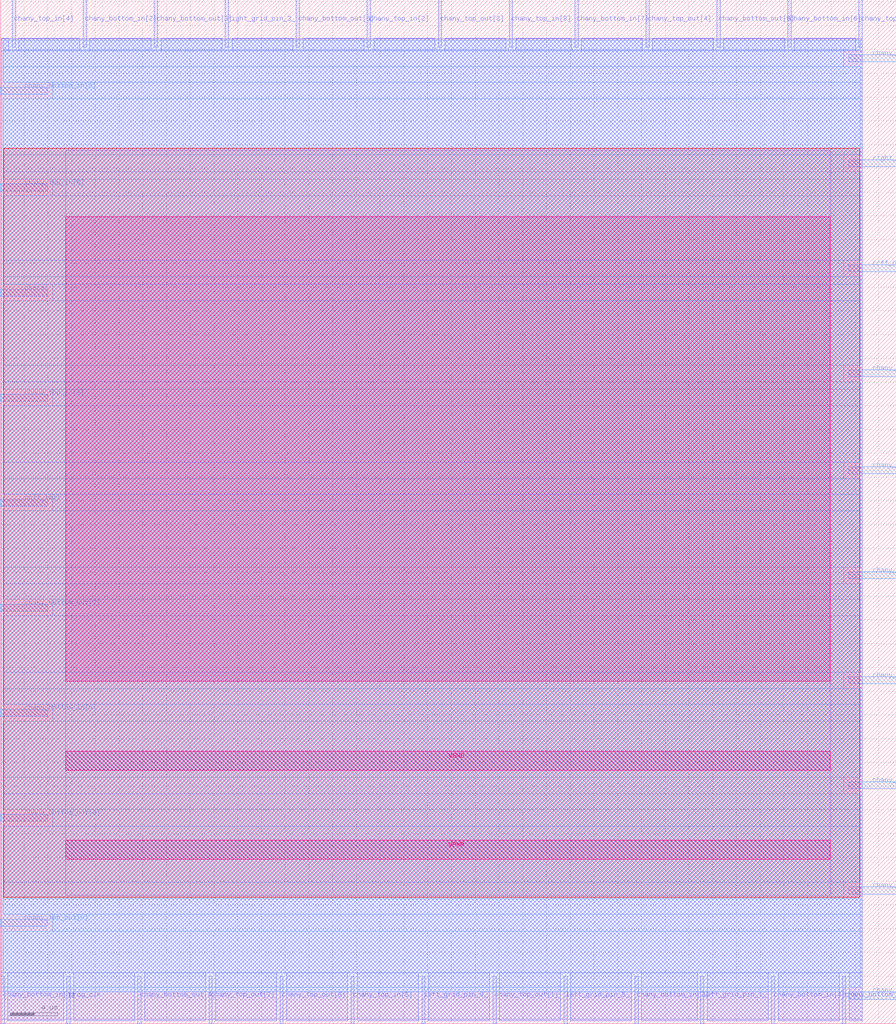
<source format=lef>
VERSION 5.7 ;
  NAMESCASESENSITIVE ON ;
  NOWIREEXTENSIONATPIN ON ;
  DIVIDERCHAR "/" ;
  BUSBITCHARS "[]" ;
UNITS
  DATABASE MICRONS 200 ;
END UNITS

MACRO cby_1__1_
  CLASS BLOCK ;
  FOREIGN cby_1__1_ ;
  ORIGIN 0.000 0.000 ;
  SIZE 75.455 BY 86.175 ;
  PIN ccff_head
    DIRECTION INPUT ;
    PORT
      LAYER met3 ;
        RECT 71.455 63.280 75.455 63.880 ;
    END
  END ccff_head
  PIN ccff_tail
    DIRECTION OUTPUT TRISTATE ;
    PORT
      LAYER met3 ;
        RECT 0.000 43.560 4.000 44.160 ;
    END
  END ccff_tail
  PIN chany_bottom_in[0]
    DIRECTION INPUT ;
    PORT
      LAYER met3 ;
        RECT 0.000 25.880 4.000 26.480 ;
    END
  END chany_bottom_in[0]
  PIN chany_bottom_in[1]
    DIRECTION INPUT ;
    PORT
      LAYER met2 ;
        RECT 0.090 0.000 0.370 4.000 ;
    END
  END chany_bottom_in[1]
  PIN chany_bottom_in[2]
    DIRECTION INPUT ;
    PORT
      LAYER met2 ;
        RECT 6.990 82.175 7.270 86.175 ;
    END
  END chany_bottom_in[2]
  PIN chany_bottom_in[3]
    DIRECTION INPUT ;
    PORT
      LAYER met2 ;
        RECT 53.450 0.000 53.730 4.000 ;
    END
  END chany_bottom_in[3]
  PIN chany_bottom_in[4]
    DIRECTION INPUT ;
    PORT
      LAYER met2 ;
        RECT 64.950 0.000 65.230 4.000 ;
    END
  END chany_bottom_in[4]
  PIN chany_bottom_in[5]
    DIRECTION INPUT ;
    PORT
      LAYER met3 ;
        RECT 0.000 78.240 4.000 78.840 ;
    END
  END chany_bottom_in[5]
  PIN chany_bottom_in[6]
    DIRECTION INPUT ;
    PORT
      LAYER met2 ;
        RECT 66.330 82.175 66.610 86.175 ;
    END
  END chany_bottom_in[6]
  PIN chany_bottom_in[7]
    DIRECTION INPUT ;
    PORT
      LAYER met2 ;
        RECT 48.390 82.175 48.670 86.175 ;
    END
  END chany_bottom_in[7]
  PIN chany_bottom_in[8]
    DIRECTION INPUT ;
    PORT
      LAYER met3 ;
        RECT 71.455 80.960 75.455 81.560 ;
    END
  END chany_bottom_in[8]
  PIN chany_bottom_out[0]
    DIRECTION OUTPUT TRISTATE ;
    PORT
      LAYER met3 ;
        RECT 0.000 17.040 4.000 17.640 ;
    END
  END chany_bottom_out[0]
  PIN chany_bottom_out[1]
    DIRECTION OUTPUT TRISTATE ;
    PORT
      LAYER met2 ;
        RECT 70.930 0.000 71.210 4.000 ;
    END
  END chany_bottom_out[1]
  PIN chany_bottom_out[2]
    DIRECTION OUTPUT TRISTATE ;
    PORT
      LAYER met3 ;
        RECT 0.000 34.720 4.000 35.320 ;
    END
  END chany_bottom_out[2]
  PIN chany_bottom_out[3]
    DIRECTION OUTPUT TRISTATE ;
    PORT
      LAYER met2 ;
        RECT 12.970 82.175 13.250 86.175 ;
    END
  END chany_bottom_out[3]
  PIN chany_bottom_out[4]
    DIRECTION OUTPUT TRISTATE ;
    PORT
      LAYER met2 ;
        RECT 11.590 0.000 11.870 4.000 ;
    END
  END chany_bottom_out[4]
  PIN chany_bottom_out[5]
    DIRECTION OUTPUT TRISTATE ;
    PORT
      LAYER met3 ;
        RECT 71.455 37.440 75.455 38.040 ;
    END
  END chany_bottom_out[5]
  PIN chany_bottom_out[6]
    DIRECTION OUTPUT TRISTATE ;
    PORT
      LAYER met2 ;
        RECT 24.930 82.175 25.210 86.175 ;
    END
  END chany_bottom_out[6]
  PIN chany_bottom_out[7]
    DIRECTION OUTPUT TRISTATE ;
    PORT
      LAYER met3 ;
        RECT 71.455 54.440 75.455 55.040 ;
    END
  END chany_bottom_out[7]
  PIN chany_bottom_out[8]
    DIRECTION OUTPUT TRISTATE ;
    PORT
      LAYER met2 ;
        RECT 60.350 82.175 60.630 86.175 ;
    END
  END chany_bottom_out[8]
  PIN chany_top_in[0]
    DIRECTION INPUT ;
    PORT
      LAYER met3 ;
        RECT 71.455 28.600 75.455 29.200 ;
    END
  END chany_top_in[0]
  PIN chany_top_in[1]
    DIRECTION INPUT ;
    PORT
      LAYER met3 ;
        RECT 0.000 52.400 4.000 53.000 ;
    END
  END chany_top_in[1]
  PIN chany_top_in[2]
    DIRECTION INPUT ;
    PORT
      LAYER met2 ;
        RECT 30.910 82.175 31.190 86.175 ;
    END
  END chany_top_in[2]
  PIN chany_top_in[3]
    DIRECTION INPUT ;
    PORT
      LAYER met3 ;
        RECT 71.455 19.760 75.455 20.360 ;
    END
  END chany_top_in[3]
  PIN chany_top_in[4]
    DIRECTION INPUT ;
    PORT
      LAYER met2 ;
        RECT 1.010 82.175 1.290 86.175 ;
    END
  END chany_top_in[4]
  PIN chany_top_in[5]
    DIRECTION INPUT ;
    PORT
      LAYER met2 ;
        RECT 29.530 0.000 29.810 4.000 ;
    END
  END chany_top_in[5]
  PIN chany_top_in[6]
    DIRECTION INPUT ;
    PORT
      LAYER met3 ;
        RECT 0.000 70.080 4.000 70.680 ;
    END
  END chany_top_in[6]
  PIN chany_top_in[7]
    DIRECTION INPUT ;
    PORT
      LAYER met3 ;
        RECT 71.455 10.920 75.455 11.520 ;
    END
  END chany_top_in[7]
  PIN chany_top_in[8]
    DIRECTION INPUT ;
    PORT
      LAYER met2 ;
        RECT 42.870 82.175 43.150 86.175 ;
    END
  END chany_top_in[8]
  PIN chany_top_out[0]
    DIRECTION OUTPUT TRISTATE ;
    PORT
      LAYER met3 ;
        RECT 0.000 8.200 4.000 8.800 ;
    END
  END chany_top_out[0]
  PIN chany_top_out[1]
    DIRECTION OUTPUT TRISTATE ;
    PORT
      LAYER met2 ;
        RECT 41.490 0.000 41.770 4.000 ;
    END
  END chany_top_out[1]
  PIN chany_top_out[2]
    DIRECTION OUTPUT TRISTATE ;
    PORT
      LAYER met2 ;
        RECT 72.310 82.175 72.590 86.175 ;
    END
  END chany_top_out[2]
  PIN chany_top_out[3]
    DIRECTION OUTPUT TRISTATE ;
    PORT
      LAYER met2 ;
        RECT 36.890 82.175 37.170 86.175 ;
    END
  END chany_top_out[3]
  PIN chany_top_out[4]
    DIRECTION OUTPUT TRISTATE ;
    PORT
      LAYER met2 ;
        RECT 54.370 82.175 54.650 86.175 ;
    END
  END chany_top_out[4]
  PIN chany_top_out[5]
    DIRECTION OUTPUT TRISTATE ;
    PORT
      LAYER met3 ;
        RECT 71.455 46.280 75.455 46.880 ;
    END
  END chany_top_out[5]
  PIN chany_top_out[6]
    DIRECTION OUTPUT TRISTATE ;
    PORT
      LAYER met2 ;
        RECT 23.550 0.000 23.830 4.000 ;
    END
  END chany_top_out[6]
  PIN chany_top_out[7]
    DIRECTION OUTPUT TRISTATE ;
    PORT
      LAYER met2 ;
        RECT 17.570 0.000 17.850 4.000 ;
    END
  END chany_top_out[7]
  PIN chany_top_out[8]
    DIRECTION OUTPUT TRISTATE ;
    PORT
      LAYER met3 ;
        RECT 71.455 2.080 75.455 2.680 ;
    END
  END chany_top_out[8]
  PIN left_grid_pin_1_
    DIRECTION OUTPUT TRISTATE ;
    PORT
      LAYER met2 ;
        RECT 58.970 0.000 59.250 4.000 ;
    END
  END left_grid_pin_1_
  PIN left_grid_pin_5_
    DIRECTION OUTPUT TRISTATE ;
    PORT
      LAYER met2 ;
        RECT 47.470 0.000 47.750 4.000 ;
    END
  END left_grid_pin_5_
  PIN left_grid_pin_9_
    DIRECTION OUTPUT TRISTATE ;
    PORT
      LAYER met2 ;
        RECT 35.510 0.000 35.790 4.000 ;
    END
  END left_grid_pin_9_
  PIN pReset
    DIRECTION INPUT ;
    PORT
      LAYER met3 ;
        RECT 0.000 61.240 4.000 61.840 ;
    END
  END pReset
  PIN prog_clk
    DIRECTION INPUT ;
    PORT
      LAYER met2 ;
        RECT 5.610 0.000 5.890 4.000 ;
    END
  END prog_clk
  PIN right_grid_pin_3_
    DIRECTION OUTPUT TRISTATE ;
    PORT
      LAYER met2 ;
        RECT 18.950 82.175 19.230 86.175 ;
    END
  END right_grid_pin_3_
  PIN right_grid_pin_7_
    DIRECTION OUTPUT TRISTATE ;
    PORT
      LAYER met3 ;
        RECT 71.455 72.120 75.455 72.720 ;
    END
  END right_grid_pin_7_
  PIN VPWR
    DIRECTION INPUT ;
    USE POWER ;
    PORT
      LAYER met5 ;
        RECT 5.520 13.840 69.920 15.440 ;
    END
  END VPWR
  PIN VGND
    DIRECTION INPUT ;
    USE GROUND ;
    PORT
      LAYER met5 ;
        RECT 5.520 21.340 69.920 22.940 ;
    END
  END VGND
  OBS
      LAYER li1 ;
        RECT 5.520 10.795 69.920 73.525 ;
      LAYER met1 ;
        RECT 0.070 0.380 72.610 82.920 ;
      LAYER met2 ;
        RECT 0.090 81.895 0.730 82.950 ;
        RECT 1.570 81.895 6.710 82.950 ;
        RECT 7.550 81.895 12.690 82.950 ;
        RECT 13.530 81.895 18.670 82.950 ;
        RECT 19.510 81.895 24.650 82.950 ;
        RECT 25.490 81.895 30.630 82.950 ;
        RECT 31.470 81.895 36.610 82.950 ;
        RECT 37.450 81.895 42.590 82.950 ;
        RECT 43.430 81.895 48.110 82.950 ;
        RECT 48.950 81.895 54.090 82.950 ;
        RECT 54.930 81.895 60.070 82.950 ;
        RECT 60.910 81.895 66.050 82.950 ;
        RECT 66.890 81.895 72.030 82.950 ;
        RECT 0.090 4.280 72.590 81.895 ;
        RECT 0.650 0.270 5.330 4.280 ;
        RECT 6.170 0.270 11.310 4.280 ;
        RECT 12.150 0.270 17.290 4.280 ;
        RECT 18.130 0.270 23.270 4.280 ;
        RECT 24.110 0.270 29.250 4.280 ;
        RECT 30.090 0.270 35.230 4.280 ;
        RECT 36.070 0.270 41.210 4.280 ;
        RECT 42.050 0.270 47.190 4.280 ;
        RECT 48.030 0.270 53.170 4.280 ;
        RECT 54.010 0.270 58.690 4.280 ;
        RECT 59.530 0.270 64.670 4.280 ;
        RECT 65.510 0.270 70.650 4.280 ;
        RECT 71.490 0.270 72.590 4.280 ;
      LAYER met3 ;
        RECT 0.270 81.960 72.410 82.785 ;
        RECT 0.270 80.560 71.055 81.960 ;
        RECT 0.270 79.240 72.410 80.560 ;
        RECT 4.400 77.840 72.410 79.240 ;
        RECT 0.270 73.120 72.410 77.840 ;
        RECT 0.270 71.720 71.055 73.120 ;
        RECT 0.270 71.080 72.410 71.720 ;
        RECT 4.400 69.680 72.410 71.080 ;
        RECT 0.270 64.280 72.410 69.680 ;
        RECT 0.270 62.880 71.055 64.280 ;
        RECT 0.270 62.240 72.410 62.880 ;
        RECT 4.400 60.840 72.410 62.240 ;
        RECT 0.270 55.440 72.410 60.840 ;
        RECT 0.270 54.040 71.055 55.440 ;
        RECT 0.270 53.400 72.410 54.040 ;
        RECT 4.400 52.000 72.410 53.400 ;
        RECT 0.270 47.280 72.410 52.000 ;
        RECT 0.270 45.880 71.055 47.280 ;
        RECT 0.270 44.560 72.410 45.880 ;
        RECT 4.400 43.160 72.410 44.560 ;
        RECT 0.270 38.440 72.410 43.160 ;
        RECT 0.270 37.040 71.055 38.440 ;
        RECT 0.270 35.720 72.410 37.040 ;
        RECT 4.400 34.320 72.410 35.720 ;
        RECT 0.270 29.600 72.410 34.320 ;
        RECT 0.270 28.200 71.055 29.600 ;
        RECT 0.270 26.880 72.410 28.200 ;
        RECT 4.400 25.480 72.410 26.880 ;
        RECT 0.270 20.760 72.410 25.480 ;
        RECT 0.270 19.360 71.055 20.760 ;
        RECT 0.270 18.040 72.410 19.360 ;
        RECT 4.400 16.640 72.410 18.040 ;
        RECT 0.270 11.920 72.410 16.640 ;
        RECT 0.270 10.520 71.055 11.920 ;
        RECT 0.270 9.200 72.410 10.520 ;
        RECT 4.400 7.800 72.410 9.200 ;
        RECT 0.270 3.080 72.410 7.800 ;
        RECT 0.270 2.680 71.055 3.080 ;
      LAYER met4 ;
        RECT 0.295 10.640 72.385 73.680 ;
      LAYER met5 ;
        RECT 5.520 28.840 69.920 67.940 ;
  END
END cby_1__1_
END LIBRARY


</source>
